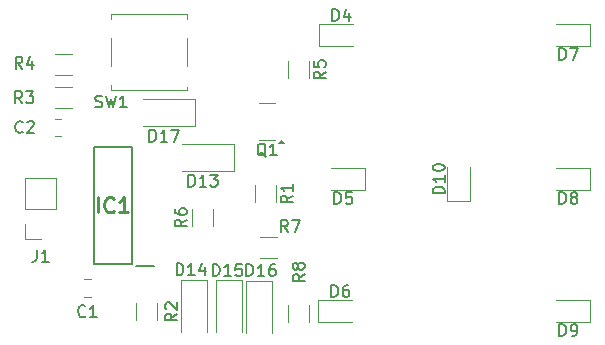
<source format=gbr>
%TF.GenerationSoftware,KiCad,Pcbnew,8.0.1*%
%TF.CreationDate,2024-04-22T11:34:39+02:00*%
%TF.ProjectId,wuerfel,77756572-6665-46c2-9e6b-696361645f70,rev?*%
%TF.SameCoordinates,Original*%
%TF.FileFunction,Legend,Top*%
%TF.FilePolarity,Positive*%
%FSLAX46Y46*%
G04 Gerber Fmt 4.6, Leading zero omitted, Abs format (unit mm)*
G04 Created by KiCad (PCBNEW 8.0.1) date 2024-04-22 11:34:39*
%MOMM*%
%LPD*%
G01*
G04 APERTURE LIST*
%ADD10C,0.150000*%
%ADD11C,0.254000*%
%ADD12C,0.120000*%
%ADD13C,0.200000*%
G04 APERTURE END LIST*
D10*
X197666667Y-55647200D02*
X197809524Y-55694819D01*
X197809524Y-55694819D02*
X198047619Y-55694819D01*
X198047619Y-55694819D02*
X198142857Y-55647200D01*
X198142857Y-55647200D02*
X198190476Y-55599580D01*
X198190476Y-55599580D02*
X198238095Y-55504342D01*
X198238095Y-55504342D02*
X198238095Y-55409104D01*
X198238095Y-55409104D02*
X198190476Y-55313866D01*
X198190476Y-55313866D02*
X198142857Y-55266247D01*
X198142857Y-55266247D02*
X198047619Y-55218628D01*
X198047619Y-55218628D02*
X197857143Y-55171009D01*
X197857143Y-55171009D02*
X197761905Y-55123390D01*
X197761905Y-55123390D02*
X197714286Y-55075771D01*
X197714286Y-55075771D02*
X197666667Y-54980533D01*
X197666667Y-54980533D02*
X197666667Y-54885295D01*
X197666667Y-54885295D02*
X197714286Y-54790057D01*
X197714286Y-54790057D02*
X197761905Y-54742438D01*
X197761905Y-54742438D02*
X197857143Y-54694819D01*
X197857143Y-54694819D02*
X198095238Y-54694819D01*
X198095238Y-54694819D02*
X198238095Y-54742438D01*
X198571429Y-54694819D02*
X198809524Y-55694819D01*
X198809524Y-55694819D02*
X199000000Y-54980533D01*
X199000000Y-54980533D02*
X199190476Y-55694819D01*
X199190476Y-55694819D02*
X199428572Y-54694819D01*
X200333333Y-55694819D02*
X199761905Y-55694819D01*
X200047619Y-55694819D02*
X200047619Y-54694819D01*
X200047619Y-54694819D02*
X199952381Y-54837676D01*
X199952381Y-54837676D02*
X199857143Y-54932914D01*
X199857143Y-54932914D02*
X199761905Y-54980533D01*
D11*
X197896237Y-64582318D02*
X197896237Y-63312318D01*
X199226714Y-64461365D02*
X199166238Y-64521842D01*
X199166238Y-64521842D02*
X198984809Y-64582318D01*
X198984809Y-64582318D02*
X198863857Y-64582318D01*
X198863857Y-64582318D02*
X198682428Y-64521842D01*
X198682428Y-64521842D02*
X198561476Y-64400889D01*
X198561476Y-64400889D02*
X198500999Y-64279937D01*
X198500999Y-64279937D02*
X198440523Y-64038032D01*
X198440523Y-64038032D02*
X198440523Y-63856603D01*
X198440523Y-63856603D02*
X198500999Y-63614699D01*
X198500999Y-63614699D02*
X198561476Y-63493746D01*
X198561476Y-63493746D02*
X198682428Y-63372794D01*
X198682428Y-63372794D02*
X198863857Y-63312318D01*
X198863857Y-63312318D02*
X198984809Y-63312318D01*
X198984809Y-63312318D02*
X199166238Y-63372794D01*
X199166238Y-63372794D02*
X199226714Y-63433270D01*
X200436238Y-64582318D02*
X199710523Y-64582318D01*
X200073380Y-64582318D02*
X200073380Y-63312318D01*
X200073380Y-63312318D02*
X199952428Y-63493746D01*
X199952428Y-63493746D02*
X199831476Y-63614699D01*
X199831476Y-63614699D02*
X199710523Y-63675175D01*
D10*
X212113887Y-59863353D02*
X212018649Y-59815734D01*
X212018649Y-59815734D02*
X211923411Y-59720496D01*
X211923411Y-59720496D02*
X211780554Y-59577638D01*
X211780554Y-59577638D02*
X211685316Y-59530019D01*
X211685316Y-59530019D02*
X211590078Y-59530019D01*
X211637697Y-59768115D02*
X211542459Y-59720496D01*
X211542459Y-59720496D02*
X211447221Y-59625257D01*
X211447221Y-59625257D02*
X211399602Y-59434781D01*
X211399602Y-59434781D02*
X211399602Y-59101448D01*
X211399602Y-59101448D02*
X211447221Y-58910972D01*
X211447221Y-58910972D02*
X211542459Y-58815734D01*
X211542459Y-58815734D02*
X211637697Y-58768115D01*
X211637697Y-58768115D02*
X211828173Y-58768115D01*
X211828173Y-58768115D02*
X211923411Y-58815734D01*
X211923411Y-58815734D02*
X212018649Y-58910972D01*
X212018649Y-58910972D02*
X212066268Y-59101448D01*
X212066268Y-59101448D02*
X212066268Y-59434781D01*
X212066268Y-59434781D02*
X212018649Y-59625257D01*
X212018649Y-59625257D02*
X211923411Y-59720496D01*
X211923411Y-59720496D02*
X211828173Y-59768115D01*
X211828173Y-59768115D02*
X211637697Y-59768115D01*
X213018649Y-59768115D02*
X212447221Y-59768115D01*
X212732935Y-59768115D02*
X212732935Y-58768115D01*
X212732935Y-58768115D02*
X212637697Y-58910972D01*
X212637697Y-58910972D02*
X212542459Y-59006210D01*
X212542459Y-59006210D02*
X212447221Y-59053829D01*
X214364819Y-63158666D02*
X213888628Y-63491999D01*
X214364819Y-63730094D02*
X213364819Y-63730094D01*
X213364819Y-63730094D02*
X213364819Y-63349142D01*
X213364819Y-63349142D02*
X213412438Y-63253904D01*
X213412438Y-63253904D02*
X213460057Y-63206285D01*
X213460057Y-63206285D02*
X213555295Y-63158666D01*
X213555295Y-63158666D02*
X213698152Y-63158666D01*
X213698152Y-63158666D02*
X213793390Y-63206285D01*
X213793390Y-63206285D02*
X213841009Y-63253904D01*
X213841009Y-63253904D02*
X213888628Y-63349142D01*
X213888628Y-63349142D02*
X213888628Y-63730094D01*
X214364819Y-62206285D02*
X214364819Y-62777713D01*
X214364819Y-62491999D02*
X213364819Y-62491999D01*
X213364819Y-62491999D02*
X213507676Y-62587237D01*
X213507676Y-62587237D02*
X213602914Y-62682475D01*
X213602914Y-62682475D02*
X213650533Y-62777713D01*
X217660732Y-71743992D02*
X217660732Y-70743992D01*
X217660732Y-70743992D02*
X217898827Y-70743992D01*
X217898827Y-70743992D02*
X218041684Y-70791611D01*
X218041684Y-70791611D02*
X218136922Y-70886849D01*
X218136922Y-70886849D02*
X218184541Y-70982087D01*
X218184541Y-70982087D02*
X218232160Y-71172563D01*
X218232160Y-71172563D02*
X218232160Y-71315420D01*
X218232160Y-71315420D02*
X218184541Y-71505896D01*
X218184541Y-71505896D02*
X218136922Y-71601134D01*
X218136922Y-71601134D02*
X218041684Y-71696373D01*
X218041684Y-71696373D02*
X217898827Y-71743992D01*
X217898827Y-71743992D02*
X217660732Y-71743992D01*
X219089303Y-70743992D02*
X218898827Y-70743992D01*
X218898827Y-70743992D02*
X218803589Y-70791611D01*
X218803589Y-70791611D02*
X218755970Y-70839230D01*
X218755970Y-70839230D02*
X218660732Y-70982087D01*
X218660732Y-70982087D02*
X218613113Y-71172563D01*
X218613113Y-71172563D02*
X218613113Y-71553515D01*
X218613113Y-71553515D02*
X218660732Y-71648753D01*
X218660732Y-71648753D02*
X218708351Y-71696373D01*
X218708351Y-71696373D02*
X218803589Y-71743992D01*
X218803589Y-71743992D02*
X218994065Y-71743992D01*
X218994065Y-71743992D02*
X219089303Y-71696373D01*
X219089303Y-71696373D02*
X219136922Y-71648753D01*
X219136922Y-71648753D02*
X219184541Y-71553515D01*
X219184541Y-71553515D02*
X219184541Y-71315420D01*
X219184541Y-71315420D02*
X219136922Y-71220182D01*
X219136922Y-71220182D02*
X219089303Y-71172563D01*
X219089303Y-71172563D02*
X218994065Y-71124944D01*
X218994065Y-71124944D02*
X218803589Y-71124944D01*
X218803589Y-71124944D02*
X218708351Y-71172563D01*
X218708351Y-71172563D02*
X218660732Y-71220182D01*
X218660732Y-71220182D02*
X218613113Y-71315420D01*
X236964732Y-75043992D02*
X236964732Y-74043992D01*
X236964732Y-74043992D02*
X237202827Y-74043992D01*
X237202827Y-74043992D02*
X237345684Y-74091611D01*
X237345684Y-74091611D02*
X237440922Y-74186849D01*
X237440922Y-74186849D02*
X237488541Y-74282087D01*
X237488541Y-74282087D02*
X237536160Y-74472563D01*
X237536160Y-74472563D02*
X237536160Y-74615420D01*
X237536160Y-74615420D02*
X237488541Y-74805896D01*
X237488541Y-74805896D02*
X237440922Y-74901134D01*
X237440922Y-74901134D02*
X237345684Y-74996373D01*
X237345684Y-74996373D02*
X237202827Y-75043992D01*
X237202827Y-75043992D02*
X236964732Y-75043992D01*
X238012351Y-75043992D02*
X238202827Y-75043992D01*
X238202827Y-75043992D02*
X238298065Y-74996373D01*
X238298065Y-74996373D02*
X238345684Y-74948753D01*
X238345684Y-74948753D02*
X238440922Y-74805896D01*
X238440922Y-74805896D02*
X238488541Y-74615420D01*
X238488541Y-74615420D02*
X238488541Y-74234468D01*
X238488541Y-74234468D02*
X238440922Y-74139230D01*
X238440922Y-74139230D02*
X238393303Y-74091611D01*
X238393303Y-74091611D02*
X238298065Y-74043992D01*
X238298065Y-74043992D02*
X238107589Y-74043992D01*
X238107589Y-74043992D02*
X238012351Y-74091611D01*
X238012351Y-74091611D02*
X237964732Y-74139230D01*
X237964732Y-74139230D02*
X237917113Y-74234468D01*
X237917113Y-74234468D02*
X237917113Y-74472563D01*
X237917113Y-74472563D02*
X237964732Y-74567801D01*
X237964732Y-74567801D02*
X238012351Y-74615420D01*
X238012351Y-74615420D02*
X238107589Y-74663039D01*
X238107589Y-74663039D02*
X238298065Y-74663039D01*
X238298065Y-74663039D02*
X238393303Y-74615420D01*
X238393303Y-74615420D02*
X238440922Y-74567801D01*
X238440922Y-74567801D02*
X238488541Y-74472563D01*
X217739232Y-48375992D02*
X217739232Y-47375992D01*
X217739232Y-47375992D02*
X217977327Y-47375992D01*
X217977327Y-47375992D02*
X218120184Y-47423611D01*
X218120184Y-47423611D02*
X218215422Y-47518849D01*
X218215422Y-47518849D02*
X218263041Y-47614087D01*
X218263041Y-47614087D02*
X218310660Y-47804563D01*
X218310660Y-47804563D02*
X218310660Y-47947420D01*
X218310660Y-47947420D02*
X218263041Y-48137896D01*
X218263041Y-48137896D02*
X218215422Y-48233134D01*
X218215422Y-48233134D02*
X218120184Y-48328373D01*
X218120184Y-48328373D02*
X217977327Y-48375992D01*
X217977327Y-48375992D02*
X217739232Y-48375992D01*
X219167803Y-47709325D02*
X219167803Y-48375992D01*
X218929708Y-47328373D02*
X218691613Y-48042658D01*
X218691613Y-48042658D02*
X219310660Y-48042658D01*
X215382030Y-69810289D02*
X214905839Y-70143622D01*
X215382030Y-70381717D02*
X214382030Y-70381717D01*
X214382030Y-70381717D02*
X214382030Y-70000765D01*
X214382030Y-70000765D02*
X214429649Y-69905527D01*
X214429649Y-69905527D02*
X214477268Y-69857908D01*
X214477268Y-69857908D02*
X214572506Y-69810289D01*
X214572506Y-69810289D02*
X214715363Y-69810289D01*
X214715363Y-69810289D02*
X214810601Y-69857908D01*
X214810601Y-69857908D02*
X214858220Y-69905527D01*
X214858220Y-69905527D02*
X214905839Y-70000765D01*
X214905839Y-70000765D02*
X214905839Y-70381717D01*
X214810601Y-69238860D02*
X214762982Y-69334098D01*
X214762982Y-69334098D02*
X214715363Y-69381717D01*
X214715363Y-69381717D02*
X214620125Y-69429336D01*
X214620125Y-69429336D02*
X214572506Y-69429336D01*
X214572506Y-69429336D02*
X214477268Y-69381717D01*
X214477268Y-69381717D02*
X214429649Y-69334098D01*
X214429649Y-69334098D02*
X214382030Y-69238860D01*
X214382030Y-69238860D02*
X214382030Y-69048384D01*
X214382030Y-69048384D02*
X214429649Y-68953146D01*
X214429649Y-68953146D02*
X214477268Y-68905527D01*
X214477268Y-68905527D02*
X214572506Y-68857908D01*
X214572506Y-68857908D02*
X214620125Y-68857908D01*
X214620125Y-68857908D02*
X214715363Y-68905527D01*
X214715363Y-68905527D02*
X214762982Y-68953146D01*
X214762982Y-68953146D02*
X214810601Y-69048384D01*
X214810601Y-69048384D02*
X214810601Y-69238860D01*
X214810601Y-69238860D02*
X214858220Y-69334098D01*
X214858220Y-69334098D02*
X214905839Y-69381717D01*
X214905839Y-69381717D02*
X215001077Y-69429336D01*
X215001077Y-69429336D02*
X215191553Y-69429336D01*
X215191553Y-69429336D02*
X215286791Y-69381717D01*
X215286791Y-69381717D02*
X215334411Y-69334098D01*
X215334411Y-69334098D02*
X215382030Y-69238860D01*
X215382030Y-69238860D02*
X215382030Y-69048384D01*
X215382030Y-69048384D02*
X215334411Y-68953146D01*
X215334411Y-68953146D02*
X215286791Y-68905527D01*
X215286791Y-68905527D02*
X215191553Y-68857908D01*
X215191553Y-68857908D02*
X215001077Y-68857908D01*
X215001077Y-68857908D02*
X214905839Y-68905527D01*
X214905839Y-68905527D02*
X214858220Y-68953146D01*
X214858220Y-68953146D02*
X214810601Y-69048384D01*
X205390819Y-65190666D02*
X204914628Y-65523999D01*
X205390819Y-65762094D02*
X204390819Y-65762094D01*
X204390819Y-65762094D02*
X204390819Y-65381142D01*
X204390819Y-65381142D02*
X204438438Y-65285904D01*
X204438438Y-65285904D02*
X204486057Y-65238285D01*
X204486057Y-65238285D02*
X204581295Y-65190666D01*
X204581295Y-65190666D02*
X204724152Y-65190666D01*
X204724152Y-65190666D02*
X204819390Y-65238285D01*
X204819390Y-65238285D02*
X204867009Y-65285904D01*
X204867009Y-65285904D02*
X204914628Y-65381142D01*
X204914628Y-65381142D02*
X204914628Y-65762094D01*
X204390819Y-64333523D02*
X204390819Y-64523999D01*
X204390819Y-64523999D02*
X204438438Y-64619237D01*
X204438438Y-64619237D02*
X204486057Y-64666856D01*
X204486057Y-64666856D02*
X204628914Y-64762094D01*
X204628914Y-64762094D02*
X204819390Y-64809713D01*
X204819390Y-64809713D02*
X205200342Y-64809713D01*
X205200342Y-64809713D02*
X205295580Y-64762094D01*
X205295580Y-64762094D02*
X205343200Y-64714475D01*
X205343200Y-64714475D02*
X205390819Y-64619237D01*
X205390819Y-64619237D02*
X205390819Y-64428761D01*
X205390819Y-64428761D02*
X205343200Y-64333523D01*
X205343200Y-64333523D02*
X205295580Y-64285904D01*
X205295580Y-64285904D02*
X205200342Y-64238285D01*
X205200342Y-64238285D02*
X204962247Y-64238285D01*
X204962247Y-64238285D02*
X204867009Y-64285904D01*
X204867009Y-64285904D02*
X204819390Y-64333523D01*
X204819390Y-64333523D02*
X204771771Y-64428761D01*
X204771771Y-64428761D02*
X204771771Y-64619237D01*
X204771771Y-64619237D02*
X204819390Y-64714475D01*
X204819390Y-64714475D02*
X204867009Y-64762094D01*
X204867009Y-64762094D02*
X204962247Y-64809713D01*
X227236646Y-62977458D02*
X226236646Y-62977458D01*
X226236646Y-62977458D02*
X226236646Y-62739363D01*
X226236646Y-62739363D02*
X226284265Y-62596506D01*
X226284265Y-62596506D02*
X226379503Y-62501268D01*
X226379503Y-62501268D02*
X226474741Y-62453649D01*
X226474741Y-62453649D02*
X226665217Y-62406030D01*
X226665217Y-62406030D02*
X226808074Y-62406030D01*
X226808074Y-62406030D02*
X226998550Y-62453649D01*
X226998550Y-62453649D02*
X227093788Y-62501268D01*
X227093788Y-62501268D02*
X227189027Y-62596506D01*
X227189027Y-62596506D02*
X227236646Y-62739363D01*
X227236646Y-62739363D02*
X227236646Y-62977458D01*
X227236646Y-61453649D02*
X227236646Y-62025077D01*
X227236646Y-61739363D02*
X226236646Y-61739363D01*
X226236646Y-61739363D02*
X226379503Y-61834601D01*
X226379503Y-61834601D02*
X226474741Y-61929839D01*
X226474741Y-61929839D02*
X226522360Y-62025077D01*
X226236646Y-60834601D02*
X226236646Y-60739363D01*
X226236646Y-60739363D02*
X226284265Y-60644125D01*
X226284265Y-60644125D02*
X226331884Y-60596506D01*
X226331884Y-60596506D02*
X226427122Y-60548887D01*
X226427122Y-60548887D02*
X226617598Y-60501268D01*
X226617598Y-60501268D02*
X226855693Y-60501268D01*
X226855693Y-60501268D02*
X227046169Y-60548887D01*
X227046169Y-60548887D02*
X227141407Y-60596506D01*
X227141407Y-60596506D02*
X227189027Y-60644125D01*
X227189027Y-60644125D02*
X227236646Y-60739363D01*
X227236646Y-60739363D02*
X227236646Y-60834601D01*
X227236646Y-60834601D02*
X227189027Y-60929839D01*
X227189027Y-60929839D02*
X227141407Y-60977458D01*
X227141407Y-60977458D02*
X227046169Y-61025077D01*
X227046169Y-61025077D02*
X226855693Y-61072696D01*
X226855693Y-61072696D02*
X226617598Y-61072696D01*
X226617598Y-61072696D02*
X226427122Y-61025077D01*
X226427122Y-61025077D02*
X226331884Y-60977458D01*
X226331884Y-60977458D02*
X226284265Y-60929839D01*
X226284265Y-60929839D02*
X226236646Y-60834601D01*
X191509248Y-57752896D02*
X191461629Y-57800516D01*
X191461629Y-57800516D02*
X191318772Y-57848135D01*
X191318772Y-57848135D02*
X191223534Y-57848135D01*
X191223534Y-57848135D02*
X191080677Y-57800516D01*
X191080677Y-57800516D02*
X190985439Y-57705277D01*
X190985439Y-57705277D02*
X190937820Y-57610039D01*
X190937820Y-57610039D02*
X190890201Y-57419563D01*
X190890201Y-57419563D02*
X190890201Y-57276706D01*
X190890201Y-57276706D02*
X190937820Y-57086230D01*
X190937820Y-57086230D02*
X190985439Y-56990992D01*
X190985439Y-56990992D02*
X191080677Y-56895754D01*
X191080677Y-56895754D02*
X191223534Y-56848135D01*
X191223534Y-56848135D02*
X191318772Y-56848135D01*
X191318772Y-56848135D02*
X191461629Y-56895754D01*
X191461629Y-56895754D02*
X191509248Y-56943373D01*
X191890201Y-56943373D02*
X191937820Y-56895754D01*
X191937820Y-56895754D02*
X192033058Y-56848135D01*
X192033058Y-56848135D02*
X192271153Y-56848135D01*
X192271153Y-56848135D02*
X192366391Y-56895754D01*
X192366391Y-56895754D02*
X192414010Y-56943373D01*
X192414010Y-56943373D02*
X192461629Y-57038611D01*
X192461629Y-57038611D02*
X192461629Y-57133849D01*
X192461629Y-57133849D02*
X192414010Y-57276706D01*
X192414010Y-57276706D02*
X191842582Y-57848135D01*
X191842582Y-57848135D02*
X192461629Y-57848135D01*
X217914732Y-63867992D02*
X217914732Y-62867992D01*
X217914732Y-62867992D02*
X218152827Y-62867992D01*
X218152827Y-62867992D02*
X218295684Y-62915611D01*
X218295684Y-62915611D02*
X218390922Y-63010849D01*
X218390922Y-63010849D02*
X218438541Y-63106087D01*
X218438541Y-63106087D02*
X218486160Y-63296563D01*
X218486160Y-63296563D02*
X218486160Y-63439420D01*
X218486160Y-63439420D02*
X218438541Y-63629896D01*
X218438541Y-63629896D02*
X218390922Y-63725134D01*
X218390922Y-63725134D02*
X218295684Y-63820373D01*
X218295684Y-63820373D02*
X218152827Y-63867992D01*
X218152827Y-63867992D02*
X217914732Y-63867992D01*
X219390922Y-62867992D02*
X218914732Y-62867992D01*
X218914732Y-62867992D02*
X218867113Y-63344182D01*
X218867113Y-63344182D02*
X218914732Y-63296563D01*
X218914732Y-63296563D02*
X219009970Y-63248944D01*
X219009970Y-63248944D02*
X219248065Y-63248944D01*
X219248065Y-63248944D02*
X219343303Y-63296563D01*
X219343303Y-63296563D02*
X219390922Y-63344182D01*
X219390922Y-63344182D02*
X219438541Y-63439420D01*
X219438541Y-63439420D02*
X219438541Y-63677515D01*
X219438541Y-63677515D02*
X219390922Y-63772753D01*
X219390922Y-63772753D02*
X219343303Y-63820373D01*
X219343303Y-63820373D02*
X219248065Y-63867992D01*
X219248065Y-63867992D02*
X219009970Y-63867992D01*
X219009970Y-63867992D02*
X218914732Y-63820373D01*
X218914732Y-63820373D02*
X218867113Y-63772753D01*
X213964913Y-66258655D02*
X213631580Y-65782464D01*
X213393485Y-66258655D02*
X213393485Y-65258655D01*
X213393485Y-65258655D02*
X213774437Y-65258655D01*
X213774437Y-65258655D02*
X213869675Y-65306274D01*
X213869675Y-65306274D02*
X213917294Y-65353893D01*
X213917294Y-65353893D02*
X213964913Y-65449131D01*
X213964913Y-65449131D02*
X213964913Y-65591988D01*
X213964913Y-65591988D02*
X213917294Y-65687226D01*
X213917294Y-65687226D02*
X213869675Y-65734845D01*
X213869675Y-65734845D02*
X213774437Y-65782464D01*
X213774437Y-65782464D02*
X213393485Y-65782464D01*
X214298247Y-65258655D02*
X214964913Y-65258655D01*
X214964913Y-65258655D02*
X214536342Y-66258655D01*
X207624614Y-69960071D02*
X207624614Y-68960071D01*
X207624614Y-68960071D02*
X207862709Y-68960071D01*
X207862709Y-68960071D02*
X208005566Y-69007690D01*
X208005566Y-69007690D02*
X208100804Y-69102928D01*
X208100804Y-69102928D02*
X208148423Y-69198166D01*
X208148423Y-69198166D02*
X208196042Y-69388642D01*
X208196042Y-69388642D02*
X208196042Y-69531499D01*
X208196042Y-69531499D02*
X208148423Y-69721975D01*
X208148423Y-69721975D02*
X208100804Y-69817213D01*
X208100804Y-69817213D02*
X208005566Y-69912452D01*
X208005566Y-69912452D02*
X207862709Y-69960071D01*
X207862709Y-69960071D02*
X207624614Y-69960071D01*
X209148423Y-69960071D02*
X208576995Y-69960071D01*
X208862709Y-69960071D02*
X208862709Y-68960071D01*
X208862709Y-68960071D02*
X208767471Y-69102928D01*
X208767471Y-69102928D02*
X208672233Y-69198166D01*
X208672233Y-69198166D02*
X208576995Y-69245785D01*
X210053185Y-68960071D02*
X209576995Y-68960071D01*
X209576995Y-68960071D02*
X209529376Y-69436261D01*
X209529376Y-69436261D02*
X209576995Y-69388642D01*
X209576995Y-69388642D02*
X209672233Y-69341023D01*
X209672233Y-69341023D02*
X209910328Y-69341023D01*
X209910328Y-69341023D02*
X210005566Y-69388642D01*
X210005566Y-69388642D02*
X210053185Y-69436261D01*
X210053185Y-69436261D02*
X210100804Y-69531499D01*
X210100804Y-69531499D02*
X210100804Y-69769594D01*
X210100804Y-69769594D02*
X210053185Y-69864832D01*
X210053185Y-69864832D02*
X210005566Y-69912452D01*
X210005566Y-69912452D02*
X209910328Y-69960071D01*
X209910328Y-69960071D02*
X209672233Y-69960071D01*
X209672233Y-69960071D02*
X209576995Y-69912452D01*
X209576995Y-69912452D02*
X209529376Y-69864832D01*
X191473214Y-55337763D02*
X191139881Y-54861572D01*
X190901786Y-55337763D02*
X190901786Y-54337763D01*
X190901786Y-54337763D02*
X191282738Y-54337763D01*
X191282738Y-54337763D02*
X191377976Y-54385382D01*
X191377976Y-54385382D02*
X191425595Y-54433001D01*
X191425595Y-54433001D02*
X191473214Y-54528239D01*
X191473214Y-54528239D02*
X191473214Y-54671096D01*
X191473214Y-54671096D02*
X191425595Y-54766334D01*
X191425595Y-54766334D02*
X191377976Y-54813953D01*
X191377976Y-54813953D02*
X191282738Y-54861572D01*
X191282738Y-54861572D02*
X190901786Y-54861572D01*
X191806548Y-54337763D02*
X192425595Y-54337763D01*
X192425595Y-54337763D02*
X192092262Y-54718715D01*
X192092262Y-54718715D02*
X192235119Y-54718715D01*
X192235119Y-54718715D02*
X192330357Y-54766334D01*
X192330357Y-54766334D02*
X192377976Y-54813953D01*
X192377976Y-54813953D02*
X192425595Y-54909191D01*
X192425595Y-54909191D02*
X192425595Y-55147286D01*
X192425595Y-55147286D02*
X192377976Y-55242524D01*
X192377976Y-55242524D02*
X192330357Y-55290144D01*
X192330357Y-55290144D02*
X192235119Y-55337763D01*
X192235119Y-55337763D02*
X191949405Y-55337763D01*
X191949405Y-55337763D02*
X191854167Y-55290144D01*
X191854167Y-55290144D02*
X191806548Y-55242524D01*
X191485225Y-52419006D02*
X191151892Y-51942815D01*
X190913797Y-52419006D02*
X190913797Y-51419006D01*
X190913797Y-51419006D02*
X191294749Y-51419006D01*
X191294749Y-51419006D02*
X191389987Y-51466625D01*
X191389987Y-51466625D02*
X191437606Y-51514244D01*
X191437606Y-51514244D02*
X191485225Y-51609482D01*
X191485225Y-51609482D02*
X191485225Y-51752339D01*
X191485225Y-51752339D02*
X191437606Y-51847577D01*
X191437606Y-51847577D02*
X191389987Y-51895196D01*
X191389987Y-51895196D02*
X191294749Y-51942815D01*
X191294749Y-51942815D02*
X190913797Y-51942815D01*
X192342368Y-51752339D02*
X192342368Y-52419006D01*
X192104273Y-51371387D02*
X191866178Y-52085672D01*
X191866178Y-52085672D02*
X192485225Y-52085672D01*
X217158819Y-52666666D02*
X216682628Y-52999999D01*
X217158819Y-53238094D02*
X216158819Y-53238094D01*
X216158819Y-53238094D02*
X216158819Y-52857142D01*
X216158819Y-52857142D02*
X216206438Y-52761904D01*
X216206438Y-52761904D02*
X216254057Y-52714285D01*
X216254057Y-52714285D02*
X216349295Y-52666666D01*
X216349295Y-52666666D02*
X216492152Y-52666666D01*
X216492152Y-52666666D02*
X216587390Y-52714285D01*
X216587390Y-52714285D02*
X216635009Y-52761904D01*
X216635009Y-52761904D02*
X216682628Y-52857142D01*
X216682628Y-52857142D02*
X216682628Y-53238094D01*
X216158819Y-51761904D02*
X216158819Y-52238094D01*
X216158819Y-52238094D02*
X216635009Y-52285713D01*
X216635009Y-52285713D02*
X216587390Y-52238094D01*
X216587390Y-52238094D02*
X216539771Y-52142856D01*
X216539771Y-52142856D02*
X216539771Y-51904761D01*
X216539771Y-51904761D02*
X216587390Y-51809523D01*
X216587390Y-51809523D02*
X216635009Y-51761904D01*
X216635009Y-51761904D02*
X216730247Y-51714285D01*
X216730247Y-51714285D02*
X216968342Y-51714285D01*
X216968342Y-51714285D02*
X217063580Y-51761904D01*
X217063580Y-51761904D02*
X217111200Y-51809523D01*
X217111200Y-51809523D02*
X217158819Y-51904761D01*
X217158819Y-51904761D02*
X217158819Y-52142856D01*
X217158819Y-52142856D02*
X217111200Y-52238094D01*
X217111200Y-52238094D02*
X217063580Y-52285713D01*
X210461214Y-69977368D02*
X210461214Y-68977368D01*
X210461214Y-68977368D02*
X210699309Y-68977368D01*
X210699309Y-68977368D02*
X210842166Y-69024987D01*
X210842166Y-69024987D02*
X210937404Y-69120225D01*
X210937404Y-69120225D02*
X210985023Y-69215463D01*
X210985023Y-69215463D02*
X211032642Y-69405939D01*
X211032642Y-69405939D02*
X211032642Y-69548796D01*
X211032642Y-69548796D02*
X210985023Y-69739272D01*
X210985023Y-69739272D02*
X210937404Y-69834510D01*
X210937404Y-69834510D02*
X210842166Y-69929749D01*
X210842166Y-69929749D02*
X210699309Y-69977368D01*
X210699309Y-69977368D02*
X210461214Y-69977368D01*
X211985023Y-69977368D02*
X211413595Y-69977368D01*
X211699309Y-69977368D02*
X211699309Y-68977368D01*
X211699309Y-68977368D02*
X211604071Y-69120225D01*
X211604071Y-69120225D02*
X211508833Y-69215463D01*
X211508833Y-69215463D02*
X211413595Y-69263082D01*
X212842166Y-68977368D02*
X212651690Y-68977368D01*
X212651690Y-68977368D02*
X212556452Y-69024987D01*
X212556452Y-69024987D02*
X212508833Y-69072606D01*
X212508833Y-69072606D02*
X212413595Y-69215463D01*
X212413595Y-69215463D02*
X212365976Y-69405939D01*
X212365976Y-69405939D02*
X212365976Y-69786891D01*
X212365976Y-69786891D02*
X212413595Y-69882129D01*
X212413595Y-69882129D02*
X212461214Y-69929749D01*
X212461214Y-69929749D02*
X212556452Y-69977368D01*
X212556452Y-69977368D02*
X212746928Y-69977368D01*
X212746928Y-69977368D02*
X212842166Y-69929749D01*
X212842166Y-69929749D02*
X212889785Y-69882129D01*
X212889785Y-69882129D02*
X212937404Y-69786891D01*
X212937404Y-69786891D02*
X212937404Y-69548796D01*
X212937404Y-69548796D02*
X212889785Y-69453558D01*
X212889785Y-69453558D02*
X212842166Y-69405939D01*
X212842166Y-69405939D02*
X212746928Y-69358320D01*
X212746928Y-69358320D02*
X212556452Y-69358320D01*
X212556452Y-69358320D02*
X212461214Y-69405939D01*
X212461214Y-69405939D02*
X212413595Y-69453558D01*
X212413595Y-69453558D02*
X212365976Y-69548796D01*
X236964732Y-63867992D02*
X236964732Y-62867992D01*
X236964732Y-62867992D02*
X237202827Y-62867992D01*
X237202827Y-62867992D02*
X237345684Y-62915611D01*
X237345684Y-62915611D02*
X237440922Y-63010849D01*
X237440922Y-63010849D02*
X237488541Y-63106087D01*
X237488541Y-63106087D02*
X237536160Y-63296563D01*
X237536160Y-63296563D02*
X237536160Y-63439420D01*
X237536160Y-63439420D02*
X237488541Y-63629896D01*
X237488541Y-63629896D02*
X237440922Y-63725134D01*
X237440922Y-63725134D02*
X237345684Y-63820373D01*
X237345684Y-63820373D02*
X237202827Y-63867992D01*
X237202827Y-63867992D02*
X236964732Y-63867992D01*
X238107589Y-63296563D02*
X238012351Y-63248944D01*
X238012351Y-63248944D02*
X237964732Y-63201325D01*
X237964732Y-63201325D02*
X237917113Y-63106087D01*
X237917113Y-63106087D02*
X237917113Y-63058468D01*
X237917113Y-63058468D02*
X237964732Y-62963230D01*
X237964732Y-62963230D02*
X238012351Y-62915611D01*
X238012351Y-62915611D02*
X238107589Y-62867992D01*
X238107589Y-62867992D02*
X238298065Y-62867992D01*
X238298065Y-62867992D02*
X238393303Y-62915611D01*
X238393303Y-62915611D02*
X238440922Y-62963230D01*
X238440922Y-62963230D02*
X238488541Y-63058468D01*
X238488541Y-63058468D02*
X238488541Y-63106087D01*
X238488541Y-63106087D02*
X238440922Y-63201325D01*
X238440922Y-63201325D02*
X238393303Y-63248944D01*
X238393303Y-63248944D02*
X238298065Y-63296563D01*
X238298065Y-63296563D02*
X238107589Y-63296563D01*
X238107589Y-63296563D02*
X238012351Y-63344182D01*
X238012351Y-63344182D02*
X237964732Y-63391801D01*
X237964732Y-63391801D02*
X237917113Y-63487039D01*
X237917113Y-63487039D02*
X237917113Y-63677515D01*
X237917113Y-63677515D02*
X237964732Y-63772753D01*
X237964732Y-63772753D02*
X238012351Y-63820373D01*
X238012351Y-63820373D02*
X238107589Y-63867992D01*
X238107589Y-63867992D02*
X238298065Y-63867992D01*
X238298065Y-63867992D02*
X238393303Y-63820373D01*
X238393303Y-63820373D02*
X238440922Y-63772753D01*
X238440922Y-63772753D02*
X238488541Y-63677515D01*
X238488541Y-63677515D02*
X238488541Y-63487039D01*
X238488541Y-63487039D02*
X238440922Y-63391801D01*
X238440922Y-63391801D02*
X238393303Y-63344182D01*
X238393303Y-63344182D02*
X238298065Y-63296563D01*
X236964732Y-51675992D02*
X236964732Y-50675992D01*
X236964732Y-50675992D02*
X237202827Y-50675992D01*
X237202827Y-50675992D02*
X237345684Y-50723611D01*
X237345684Y-50723611D02*
X237440922Y-50818849D01*
X237440922Y-50818849D02*
X237488541Y-50914087D01*
X237488541Y-50914087D02*
X237536160Y-51104563D01*
X237536160Y-51104563D02*
X237536160Y-51247420D01*
X237536160Y-51247420D02*
X237488541Y-51437896D01*
X237488541Y-51437896D02*
X237440922Y-51533134D01*
X237440922Y-51533134D02*
X237345684Y-51628373D01*
X237345684Y-51628373D02*
X237202827Y-51675992D01*
X237202827Y-51675992D02*
X236964732Y-51675992D01*
X237869494Y-50675992D02*
X238536160Y-50675992D01*
X238536160Y-50675992D02*
X238107589Y-51675992D01*
X204588819Y-73166666D02*
X204112628Y-73499999D01*
X204588819Y-73738094D02*
X203588819Y-73738094D01*
X203588819Y-73738094D02*
X203588819Y-73357142D01*
X203588819Y-73357142D02*
X203636438Y-73261904D01*
X203636438Y-73261904D02*
X203684057Y-73214285D01*
X203684057Y-73214285D02*
X203779295Y-73166666D01*
X203779295Y-73166666D02*
X203922152Y-73166666D01*
X203922152Y-73166666D02*
X204017390Y-73214285D01*
X204017390Y-73214285D02*
X204065009Y-73261904D01*
X204065009Y-73261904D02*
X204112628Y-73357142D01*
X204112628Y-73357142D02*
X204112628Y-73738094D01*
X203684057Y-72785713D02*
X203636438Y-72738094D01*
X203636438Y-72738094D02*
X203588819Y-72642856D01*
X203588819Y-72642856D02*
X203588819Y-72404761D01*
X203588819Y-72404761D02*
X203636438Y-72309523D01*
X203636438Y-72309523D02*
X203684057Y-72261904D01*
X203684057Y-72261904D02*
X203779295Y-72214285D01*
X203779295Y-72214285D02*
X203874533Y-72214285D01*
X203874533Y-72214285D02*
X204017390Y-72261904D01*
X204017390Y-72261904D02*
X204588819Y-72833332D01*
X204588819Y-72833332D02*
X204588819Y-72214285D01*
X205541714Y-62398819D02*
X205541714Y-61398819D01*
X205541714Y-61398819D02*
X205779809Y-61398819D01*
X205779809Y-61398819D02*
X205922666Y-61446438D01*
X205922666Y-61446438D02*
X206017904Y-61541676D01*
X206017904Y-61541676D02*
X206065523Y-61636914D01*
X206065523Y-61636914D02*
X206113142Y-61827390D01*
X206113142Y-61827390D02*
X206113142Y-61970247D01*
X206113142Y-61970247D02*
X206065523Y-62160723D01*
X206065523Y-62160723D02*
X206017904Y-62255961D01*
X206017904Y-62255961D02*
X205922666Y-62351200D01*
X205922666Y-62351200D02*
X205779809Y-62398819D01*
X205779809Y-62398819D02*
X205541714Y-62398819D01*
X207065523Y-62398819D02*
X206494095Y-62398819D01*
X206779809Y-62398819D02*
X206779809Y-61398819D01*
X206779809Y-61398819D02*
X206684571Y-61541676D01*
X206684571Y-61541676D02*
X206589333Y-61636914D01*
X206589333Y-61636914D02*
X206494095Y-61684533D01*
X207398857Y-61398819D02*
X208017904Y-61398819D01*
X208017904Y-61398819D02*
X207684571Y-61779771D01*
X207684571Y-61779771D02*
X207827428Y-61779771D01*
X207827428Y-61779771D02*
X207922666Y-61827390D01*
X207922666Y-61827390D02*
X207970285Y-61875009D01*
X207970285Y-61875009D02*
X208017904Y-61970247D01*
X208017904Y-61970247D02*
X208017904Y-62208342D01*
X208017904Y-62208342D02*
X207970285Y-62303580D01*
X207970285Y-62303580D02*
X207922666Y-62351200D01*
X207922666Y-62351200D02*
X207827428Y-62398819D01*
X207827428Y-62398819D02*
X207541714Y-62398819D01*
X207541714Y-62398819D02*
X207446476Y-62351200D01*
X207446476Y-62351200D02*
X207398857Y-62303580D01*
X204545866Y-69908182D02*
X204545866Y-68908182D01*
X204545866Y-68908182D02*
X204783961Y-68908182D01*
X204783961Y-68908182D02*
X204926818Y-68955801D01*
X204926818Y-68955801D02*
X205022056Y-69051039D01*
X205022056Y-69051039D02*
X205069675Y-69146277D01*
X205069675Y-69146277D02*
X205117294Y-69336753D01*
X205117294Y-69336753D02*
X205117294Y-69479610D01*
X205117294Y-69479610D02*
X205069675Y-69670086D01*
X205069675Y-69670086D02*
X205022056Y-69765324D01*
X205022056Y-69765324D02*
X204926818Y-69860563D01*
X204926818Y-69860563D02*
X204783961Y-69908182D01*
X204783961Y-69908182D02*
X204545866Y-69908182D01*
X206069675Y-69908182D02*
X205498247Y-69908182D01*
X205783961Y-69908182D02*
X205783961Y-68908182D01*
X205783961Y-68908182D02*
X205688723Y-69051039D01*
X205688723Y-69051039D02*
X205593485Y-69146277D01*
X205593485Y-69146277D02*
X205498247Y-69193896D01*
X206926818Y-69241515D02*
X206926818Y-69908182D01*
X206688723Y-68860563D02*
X206450628Y-69574848D01*
X206450628Y-69574848D02*
X207069675Y-69574848D01*
X192706666Y-67756819D02*
X192706666Y-68471104D01*
X192706666Y-68471104D02*
X192659047Y-68613961D01*
X192659047Y-68613961D02*
X192563809Y-68709200D01*
X192563809Y-68709200D02*
X192420952Y-68756819D01*
X192420952Y-68756819D02*
X192325714Y-68756819D01*
X193706666Y-68756819D02*
X193135238Y-68756819D01*
X193420952Y-68756819D02*
X193420952Y-67756819D01*
X193420952Y-67756819D02*
X193325714Y-67899676D01*
X193325714Y-67899676D02*
X193230476Y-67994914D01*
X193230476Y-67994914D02*
X193135238Y-68042533D01*
X196833333Y-73359580D02*
X196785714Y-73407200D01*
X196785714Y-73407200D02*
X196642857Y-73454819D01*
X196642857Y-73454819D02*
X196547619Y-73454819D01*
X196547619Y-73454819D02*
X196404762Y-73407200D01*
X196404762Y-73407200D02*
X196309524Y-73311961D01*
X196309524Y-73311961D02*
X196261905Y-73216723D01*
X196261905Y-73216723D02*
X196214286Y-73026247D01*
X196214286Y-73026247D02*
X196214286Y-72883390D01*
X196214286Y-72883390D02*
X196261905Y-72692914D01*
X196261905Y-72692914D02*
X196309524Y-72597676D01*
X196309524Y-72597676D02*
X196404762Y-72502438D01*
X196404762Y-72502438D02*
X196547619Y-72454819D01*
X196547619Y-72454819D02*
X196642857Y-72454819D01*
X196642857Y-72454819D02*
X196785714Y-72502438D01*
X196785714Y-72502438D02*
X196833333Y-72550057D01*
X197785714Y-73454819D02*
X197214286Y-73454819D01*
X197500000Y-73454819D02*
X197500000Y-72454819D01*
X197500000Y-72454819D02*
X197404762Y-72597676D01*
X197404762Y-72597676D02*
X197309524Y-72692914D01*
X197309524Y-72692914D02*
X197214286Y-72740533D01*
X202239714Y-58588819D02*
X202239714Y-57588819D01*
X202239714Y-57588819D02*
X202477809Y-57588819D01*
X202477809Y-57588819D02*
X202620666Y-57636438D01*
X202620666Y-57636438D02*
X202715904Y-57731676D01*
X202715904Y-57731676D02*
X202763523Y-57826914D01*
X202763523Y-57826914D02*
X202811142Y-58017390D01*
X202811142Y-58017390D02*
X202811142Y-58160247D01*
X202811142Y-58160247D02*
X202763523Y-58350723D01*
X202763523Y-58350723D02*
X202715904Y-58445961D01*
X202715904Y-58445961D02*
X202620666Y-58541200D01*
X202620666Y-58541200D02*
X202477809Y-58588819D01*
X202477809Y-58588819D02*
X202239714Y-58588819D01*
X203763523Y-58588819D02*
X203192095Y-58588819D01*
X203477809Y-58588819D02*
X203477809Y-57588819D01*
X203477809Y-57588819D02*
X203382571Y-57731676D01*
X203382571Y-57731676D02*
X203287333Y-57826914D01*
X203287333Y-57826914D02*
X203192095Y-57874533D01*
X204096857Y-57588819D02*
X204763523Y-57588819D01*
X204763523Y-57588819D02*
X204334952Y-58588819D01*
D12*
%TO.C,SW1*%
X198965009Y-47790000D02*
X198965009Y-48200000D01*
X198965009Y-49800000D02*
X198965009Y-52200000D01*
X198965009Y-53800000D02*
X198965009Y-54210000D01*
X198965009Y-54210000D02*
X205385009Y-54210000D01*
X205385009Y-47790000D02*
X198965009Y-47790000D01*
X205385009Y-48200000D02*
X205385009Y-47790000D01*
X205385009Y-52200000D02*
X205385009Y-49800000D01*
X205385009Y-54210000D02*
X205385009Y-53930000D01*
D13*
%TO.C,IC1*%
X197536000Y-59058000D02*
X200736000Y-59058000D01*
X197536000Y-68958000D02*
X197536000Y-59058000D01*
X200736000Y-59058000D02*
X200736000Y-68958000D01*
X200736000Y-68958000D02*
X197536000Y-68958000D01*
X202611000Y-69128000D02*
X201086000Y-69128000D01*
D12*
%TO.C,Q1*%
X212209126Y-58473296D02*
X212859126Y-58473296D01*
X212209126Y-58473296D02*
X211559126Y-58473296D01*
X212209126Y-55353296D02*
X212859126Y-55353296D01*
X212209126Y-55353296D02*
X211559126Y-55353296D01*
X213611626Y-58753296D02*
X213131626Y-58753296D01*
X213371626Y-58423296D01*
X213611626Y-58753296D01*
G36*
X213611626Y-58753296D02*
G01*
X213131626Y-58753296D01*
X213371626Y-58423296D01*
X213611626Y-58753296D01*
G37*
%TO.C,R1*%
X211180000Y-62264936D02*
X211180000Y-63719064D01*
X213000000Y-62264936D02*
X213000000Y-63719064D01*
%TO.C,D6*%
X216538827Y-71979173D02*
X216538827Y-73899173D01*
X216538827Y-73899173D02*
X219398827Y-73899173D01*
X219398827Y-71979173D02*
X216538827Y-71979173D01*
%TO.C,D9*%
X236702827Y-73899173D02*
X239562827Y-73899173D01*
X239562827Y-71979173D02*
X236702827Y-71979173D01*
X239562827Y-73899173D02*
X239562827Y-71979173D01*
%TO.C,D4*%
X216617327Y-48611173D02*
X216617327Y-50531173D01*
X216617327Y-50531173D02*
X219477327Y-50531173D01*
X219477327Y-48611173D02*
X216617327Y-48611173D01*
%TO.C,R8*%
X213974000Y-72424936D02*
X213974000Y-73879064D01*
X215794000Y-72424936D02*
X215794000Y-73879064D01*
%TO.C,R6*%
X205846000Y-65751064D02*
X205846000Y-64296936D01*
X207666000Y-65751064D02*
X207666000Y-64296936D01*
%TO.C,D10*%
X227471827Y-60763173D02*
X227471827Y-63623173D01*
X227471827Y-63623173D02*
X229391827Y-63623173D01*
X229391827Y-63623173D02*
X229391827Y-60763173D01*
%TO.C,C2*%
X194761252Y-56669000D02*
X194238748Y-56669000D01*
X194761252Y-58139000D02*
X194238748Y-58139000D01*
%TO.C,D5*%
X217652827Y-62723173D02*
X220512827Y-62723173D01*
X220512827Y-60803173D02*
X217652827Y-60803173D01*
X220512827Y-62723173D02*
X220512827Y-60803173D01*
%TO.C,R7*%
X213071064Y-66654000D02*
X211616936Y-66654000D01*
X213071064Y-68474000D02*
X211616936Y-68474000D01*
%TO.C,D15*%
X210110000Y-74750000D02*
X210110000Y-70340000D01*
X207890000Y-70340000D02*
X207890000Y-74750000D01*
X210110000Y-70340000D02*
X207890000Y-70340000D01*
%TO.C,R3*%
X195727064Y-53954000D02*
X194272936Y-53954000D01*
X195727064Y-55774000D02*
X194272936Y-55774000D01*
%TO.C,R4*%
X195727064Y-51160000D02*
X194272936Y-51160000D01*
X195727064Y-52980000D02*
X194272936Y-52980000D01*
%TO.C,R5*%
X213974000Y-51772936D02*
X213974000Y-53227064D01*
X215794000Y-51772936D02*
X215794000Y-53227064D01*
%TO.C,D16*%
X210397969Y-70359008D02*
X210397969Y-74769008D01*
X212617969Y-70359008D02*
X210397969Y-70359008D01*
X212617969Y-74769008D02*
X212617969Y-70359008D01*
%TO.C,D8*%
X236702827Y-62723173D02*
X239562827Y-62723173D01*
X239562827Y-60803173D02*
X236702827Y-60803173D01*
X239562827Y-62723173D02*
X239562827Y-60803173D01*
%TO.C,D7*%
X236702827Y-50531173D02*
X239562827Y-50531173D01*
X239562827Y-48611173D02*
X236702827Y-48611173D01*
X239562827Y-50531173D02*
X239562827Y-48611173D01*
%TO.C,R2*%
X201090000Y-73727064D02*
X201090000Y-72272936D01*
X202910000Y-73727064D02*
X202910000Y-72272936D01*
%TO.C,D13*%
X205006000Y-61054000D02*
X209416000Y-61054000D01*
X209416000Y-58834000D02*
X205006000Y-58834000D01*
X209416000Y-61054000D02*
X209416000Y-58834000D01*
%TO.C,D14*%
X207110000Y-74750000D02*
X207110000Y-70340000D01*
X204890000Y-70340000D02*
X204890000Y-74750000D01*
X207110000Y-70340000D02*
X204890000Y-70340000D01*
%TO.C,J1*%
X191710000Y-64262000D02*
X191710000Y-61662000D01*
X191710000Y-66862000D02*
X191710000Y-65532000D01*
X193040000Y-66862000D02*
X191710000Y-66862000D01*
X194370000Y-61662000D02*
X191710000Y-61662000D01*
X194370000Y-64262000D02*
X191710000Y-64262000D01*
X194370000Y-64262000D02*
X194370000Y-61662000D01*
%TO.C,C1*%
X196738748Y-71735000D02*
X197261252Y-71735000D01*
X196738748Y-70265000D02*
X197261252Y-70265000D01*
%TO.C,D17*%
X201704000Y-57244000D02*
X206114000Y-57244000D01*
X206114000Y-55024000D02*
X201704000Y-55024000D01*
X206114000Y-57244000D02*
X206114000Y-55024000D01*
%TD*%
M02*

</source>
